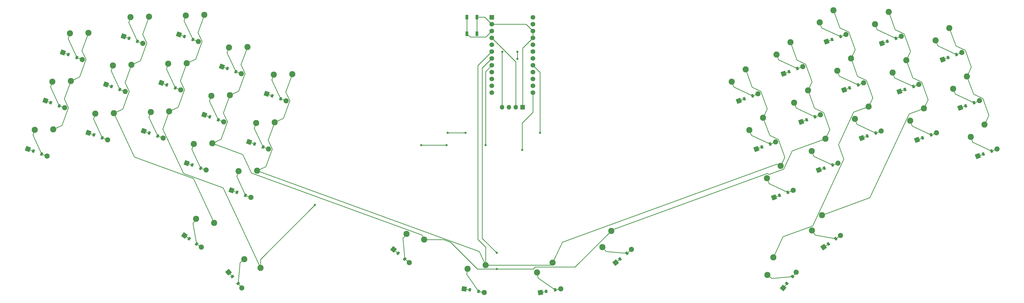
<source format=gbr>
%TF.GenerationSoftware,KiCad,Pcbnew,8.0.1*%
%TF.CreationDate,2024-05-01T11:59:16+09:00*%
%TF.ProjectId,pcb_plate,7063625f-706c-4617-9465-2e6b69636164,v1.0.0*%
%TF.SameCoordinates,Original*%
%TF.FileFunction,Copper,L1,Top*%
%TF.FilePolarity,Positive*%
%FSLAX46Y46*%
G04 Gerber Fmt 4.6, Leading zero omitted, Abs format (unit mm)*
G04 Created by KiCad (PCBNEW 8.0.1) date 2024-05-01 11:59:16*
%MOMM*%
%LPD*%
G01*
G04 APERTURE LIST*
G04 Aperture macros list*
%AMRotRect*
0 Rectangle, with rotation*
0 The origin of the aperture is its center*
0 $1 length*
0 $2 width*
0 $3 Rotation angle, in degrees counterclockwise*
0 Add horizontal line*
21,1,$1,$2,0,0,$3*%
G04 Aperture macros list end*
%TA.AperFunction,SMDPad,CuDef*%
%ADD10R,1.100000X1.800000*%
%TD*%
%TA.AperFunction,ComponentPad*%
%ADD11RotRect,1.778000X1.778000X340.000000*%
%TD*%
%TA.AperFunction,SMDPad,CuDef*%
%ADD12RotRect,0.900000X1.200000X340.000000*%
%TD*%
%TA.AperFunction,ComponentPad*%
%ADD13C,1.905000*%
%TD*%
%TA.AperFunction,ComponentPad*%
%ADD14RotRect,1.778000X1.778000X20.000000*%
%TD*%
%TA.AperFunction,SMDPad,CuDef*%
%ADD15RotRect,0.900000X1.200000X20.000000*%
%TD*%
%TA.AperFunction,ComponentPad*%
%ADD16C,2.286000*%
%TD*%
%TA.AperFunction,ComponentPad*%
%ADD17RotRect,1.778000X1.778000X310.000000*%
%TD*%
%TA.AperFunction,SMDPad,CuDef*%
%ADD18RotRect,0.900000X1.200000X310.000000*%
%TD*%
%TA.AperFunction,ComponentPad*%
%ADD19RotRect,1.778000X1.778000X35.000000*%
%TD*%
%TA.AperFunction,SMDPad,CuDef*%
%ADD20RotRect,0.900000X1.200000X35.000000*%
%TD*%
%TA.AperFunction,ComponentPad*%
%ADD21RotRect,1.778000X1.778000X40.000000*%
%TD*%
%TA.AperFunction,SMDPad,CuDef*%
%ADD22RotRect,0.900000X1.200000X40.000000*%
%TD*%
%TA.AperFunction,ComponentPad*%
%ADD23R,1.700000X1.700000*%
%TD*%
%TA.AperFunction,ComponentPad*%
%ADD24O,1.700000X1.700000*%
%TD*%
%TA.AperFunction,ComponentPad*%
%ADD25RotRect,1.778000X1.778000X50.000000*%
%TD*%
%TA.AperFunction,SMDPad,CuDef*%
%ADD26RotRect,0.900000X1.200000X50.000000*%
%TD*%
%TA.AperFunction,ComponentPad*%
%ADD27RotRect,1.778000X1.778000X350.000000*%
%TD*%
%TA.AperFunction,SMDPad,CuDef*%
%ADD28RotRect,0.900000X1.200000X350.000000*%
%TD*%
%TA.AperFunction,ComponentPad*%
%ADD29RotRect,1.778000X1.778000X320.000000*%
%TD*%
%TA.AperFunction,SMDPad,CuDef*%
%ADD30RotRect,0.900000X1.200000X320.000000*%
%TD*%
%TA.AperFunction,ComponentPad*%
%ADD31R,1.752600X1.752600*%
%TD*%
%TA.AperFunction,ComponentPad*%
%ADD32C,1.752600*%
%TD*%
%TA.AperFunction,ComponentPad*%
%ADD33RotRect,1.778000X1.778000X325.000000*%
%TD*%
%TA.AperFunction,SMDPad,CuDef*%
%ADD34RotRect,0.900000X1.200000X325.000000*%
%TD*%
%TA.AperFunction,ComponentPad*%
%ADD35RotRect,1.778000X1.778000X10.000000*%
%TD*%
%TA.AperFunction,SMDPad,CuDef*%
%ADD36RotRect,0.900000X1.200000X10.000000*%
%TD*%
%TA.AperFunction,ViaPad*%
%ADD37C,0.800000*%
%TD*%
%TA.AperFunction,Conductor*%
%ADD38C,0.250000*%
%TD*%
G04 APERTURE END LIST*
D10*
%TO.P,B1,1*%
%TO.N,GND*%
X199070001Y-89225774D03*
X199070001Y-95425774D03*
%TO.P,B1,2*%
%TO.N,RST*%
X195370001Y-89225774D03*
X195370001Y-95425774D03*
%TD*%
D11*
%TO.P,D4,1*%
%TO.N,P16*%
X55121814Y-132168397D03*
D12*
X57151549Y-132907162D03*
%TO.P,D4,2*%
%TO.N,ring_bottom*%
X60252535Y-134035826D03*
D13*
X62282270Y-134774591D03*
%TD*%
D14*
%TO.P,D29,1*%
%TO.N,P8*%
X325703889Y-146015449D03*
D15*
X327733626Y-145276684D03*
%TO.P,D29,2*%
%TO.N,mirror_index_bottom*%
X330834608Y-144148020D03*
D13*
X332864345Y-143409255D03*
%TD*%
D14*
%TO.P,D26,1*%
%TO.N,P8*%
X341650387Y-134129620D03*
D15*
X343680124Y-133390855D03*
%TO.P,D26,2*%
%TO.N,mirror_middle_bottom*%
X346781106Y-132262191D03*
D13*
X348810843Y-131523426D03*
%TD*%
D16*
%TO.P,S38,1*%
%TO.N,P20*%
X227132887Y-180376374D03*
%TO.P,S38,2*%
%TO.N,mirror_two_one*%
X221320423Y-183980452D03*
%TD*%
%TO.P,S36,1*%
%TO.N,P18*%
X308842388Y-178398502D03*
%TO.P,S36,2*%
%TO.N,mirror_space_cluster*%
X306706441Y-184895563D03*
%TD*%
D14*
%TO.P,D27,1*%
%TO.N,P7*%
X335134902Y-116228473D03*
D15*
X337164639Y-115489708D03*
%TO.P,D27,2*%
%TO.N,mirror_middle_home*%
X340265621Y-114361044D03*
D13*
X342295358Y-113622279D03*
%TD*%
D16*
%TO.P,S30,1*%
%TO.N,P19*%
X321707891Y-116470374D03*
%TO.P,S30,2*%
%TO.N,mirror_index_home*%
X316609574Y-121029020D03*
%TD*%
D11*
%TO.P,D12,1*%
%TO.N,P15*%
X104606625Y-107606962D03*
D12*
X106636360Y-108345727D03*
%TO.P,D12,2*%
%TO.N,index_top*%
X109737346Y-109474391D03*
D13*
X111767081Y-110213156D03*
%TD*%
D16*
%TO.P,S11,1*%
%TO.N,P19*%
X107505751Y-118207838D03*
%TO.P,S11,2*%
%TO.N,index_home*%
X100669973Y-118422829D03*
%TD*%
D17*
%TO.P,D17,1*%
%TO.N,P10*%
X107059539Y-183904927D03*
D18*
X108447959Y-185559584D03*
%TO.P,D17,2*%
%TO.N,space_cluster*%
X110569161Y-188087528D03*
D13*
X111957581Y-189742185D03*
%TD*%
D14*
%TO.P,D28,1*%
%TO.N,P6*%
X328619415Y-98327335D03*
D15*
X330649152Y-97588570D03*
%TO.P,D28,2*%
%TO.N,mirror_middle_top*%
X333750134Y-96459906D03*
D13*
X335779871Y-95721141D03*
%TD*%
D14*
%TO.P,D34,1*%
%TO.N,P6*%
X296074877Y-120308879D03*
D15*
X298104614Y-119570114D03*
%TO.P,D34,2*%
%TO.N,mirror_inner_top*%
X301205596Y-118441450D03*
D13*
X303235333Y-117702685D03*
%TD*%
D19*
%TO.P,D35,1*%
%TO.N,P9*%
X327492037Y-174614320D03*
D20*
X329261407Y-173375393D03*
%TO.P,D35,2*%
%TO.N,mirror_layer_cluster*%
X331964605Y-171482595D03*
D13*
X333733975Y-170243668D03*
%TD*%
D14*
%TO.P,D20,1*%
%TO.N,P8*%
X384619705Y-140789919D03*
D15*
X386649442Y-140051154D03*
%TO.P,D20,2*%
%TO.N,mirror_pinky_bottom*%
X389750424Y-138922490D03*
D13*
X391780161Y-138183725D03*
%TD*%
D16*
%TO.P,S2,1*%
%TO.N,P4*%
X48589925Y-112982298D03*
%TO.P,S2,2*%
%TO.N,pinky_home*%
X41754147Y-113197289D03*
%TD*%
%TO.P,S25,1*%
%TO.N,P5*%
X351646244Y-87328381D03*
%TO.P,S25,2*%
%TO.N,mirror_ring_top*%
X346547927Y-91887027D03*
%TD*%
D11*
%TO.P,D14,1*%
%TO.N,P14*%
X114689189Y-135603827D03*
D12*
X116718924Y-136342592D03*
%TO.P,D14,2*%
%TO.N,inner_home*%
X119819910Y-137471256D03*
D13*
X121849645Y-138210021D03*
%TD*%
D21*
%TO.P,D37,1*%
%TO.N,P9*%
X250436523Y-180363857D03*
D22*
X252091180Y-178975437D03*
%TO.P,D37,2*%
%TO.N,mirror_one_one*%
X254619124Y-176854235D03*
D13*
X256273781Y-175465815D03*
%TD*%
D23*
%TO.P,OLED1,1*%
%TO.N,GND*%
X216020000Y-122707314D03*
D24*
%TO.P,OLED1,2*%
%TO.N,VCC*%
X213480000Y-122707314D03*
%TO.P,OLED1,3*%
%TO.N,P3*%
X210939998Y-122707315D03*
%TO.P,OLED1,4*%
%TO.N,P2*%
X208400000Y-122707314D03*
%TD*%
D16*
%TO.P,S3,1*%
%TO.N,P4*%
X55105416Y-95081152D03*
%TO.P,S3,2*%
%TO.N,pinky_top*%
X48269638Y-95296143D03*
%TD*%
%TO.P,S21,1*%
%TO.N,P4*%
X380623711Y-111244838D03*
%TO.P,S21,2*%
%TO.N,mirror_pinky_home*%
X375525394Y-115803484D03*
%TD*%
%TO.P,S29,1*%
%TO.N,P19*%
X328223373Y-134371522D03*
%TO.P,S29,2*%
%TO.N,mirror_index_bottom*%
X323125056Y-138930168D03*
%TD*%
%TO.P,S12,1*%
%TO.N,P19*%
X114021232Y-100306692D03*
%TO.P,S12,2*%
%TO.N,index_top*%
X107185454Y-100521683D03*
%TD*%
D11*
%TO.P,D7,1*%
%TO.N,P16*%
X75629153Y-131523435D03*
D12*
X77658888Y-132262200D03*
%TO.P,D7,2*%
%TO.N,middle_bottom*%
X80759874Y-133390864D03*
D13*
X82789609Y-134129629D03*
%TD*%
D16*
%TO.P,S13,1*%
%TO.N,P20*%
X117588313Y-146204689D03*
%TO.P,S13,2*%
%TO.N,inner_bottom*%
X110752535Y-146419680D03*
%TD*%
%TO.P,S32,1*%
%TO.N,P20*%
X311625327Y-144467233D03*
%TO.P,S32,2*%
%TO.N,mirror_inner_bottom*%
X306527010Y-149025879D03*
%TD*%
%TO.P,S31,1*%
%TO.N,P19*%
X315192403Y-98569229D03*
%TO.P,S31,2*%
%TO.N,mirror_index_top*%
X310094086Y-103127875D03*
%TD*%
%TO.P,S27,1*%
%TO.N,P18*%
X337654387Y-104584544D03*
%TO.P,S27,2*%
%TO.N,mirror_middle_home*%
X332556070Y-109143190D03*
%TD*%
%TO.P,S5,1*%
%TO.N,P5*%
X71051913Y-106966982D03*
%TO.P,S5,2*%
%TO.N,ring_home*%
X64216135Y-107181973D03*
%TD*%
D11*
%TO.P,D1,1*%
%TO.N,P16*%
X32659836Y-138183719D03*
D12*
X34689571Y-138922484D03*
%TO.P,D1,2*%
%TO.N,pinky_bottom*%
X37790557Y-140051148D03*
D13*
X39820292Y-140789913D03*
%TD*%
D16*
%TO.P,S23,1*%
%TO.N,P5*%
X364677215Y-123130662D03*
%TO.P,S23,2*%
%TO.N,mirror_ring_bottom*%
X359578898Y-127689308D03*
%TD*%
%TO.P,S4,1*%
%TO.N,P5*%
X64536430Y-124868130D03*
%TO.P,S4,2*%
%TO.N,ring_bottom*%
X57700652Y-125083121D03*
%TD*%
%TO.P,S22,1*%
%TO.N,P4*%
X374108227Y-93343695D03*
%TO.P,S22,2*%
%TO.N,mirror_pinky_top*%
X369009910Y-97902341D03*
%TD*%
%TO.P,S8,1*%
%TO.N,P18*%
X91559255Y-106322010D03*
%TO.P,S8,2*%
%TO.N,middle_home*%
X84723477Y-106537001D03*
%TD*%
D11*
%TO.P,D15,1*%
%TO.N,P15*%
X121204671Y-117702684D03*
D12*
X123234406Y-118441449D03*
%TO.P,D15,2*%
%TO.N,inner_top*%
X126335392Y-119570113D03*
D13*
X128365127Y-120308878D03*
%TD*%
D14*
%TO.P,D24,1*%
%TO.N,P7*%
X355642245Y-116873447D03*
D15*
X357671982Y-116134682D03*
%TO.P,D24,2*%
%TO.N,mirror_ring_home*%
X360772964Y-115006018D03*
D13*
X362802701Y-114267253D03*
%TD*%
D25*
%TO.P,D36,1*%
%TO.N,P9*%
X312482418Y-189742183D03*
D26*
X313870837Y-188087528D03*
%TO.P,D36,2*%
%TO.N,mirror_space_cluster*%
X315992041Y-185559580D03*
D13*
X317380460Y-183904925D03*
%TD*%
D16*
%TO.P,S9,1*%
%TO.N,P18*%
X98074733Y-88420866D03*
%TO.P,S9,2*%
%TO.N,middle_top*%
X91238955Y-88635857D03*
%TD*%
%TO.P,S28,1*%
%TO.N,P18*%
X331138903Y-86683399D03*
%TO.P,S28,2*%
%TO.N,mirror_middle_top*%
X326040586Y-91242045D03*
%TD*%
D14*
%TO.P,D33,1*%
%TO.N,P7*%
X302590356Y-138210017D03*
D15*
X304620093Y-137471252D03*
%TO.P,D33,2*%
%TO.N,mirror_inner_home*%
X307721075Y-136342588D03*
D13*
X309750812Y-135603823D03*
%TD*%
D14*
%TO.P,D21,1*%
%TO.N,P7*%
X378104223Y-122888771D03*
D15*
X380133960Y-122150006D03*
%TO.P,D21,2*%
%TO.N,mirror_pinky_home*%
X383234942Y-121021342D03*
D13*
X385264679Y-120282577D03*
%TD*%
D16*
%TO.P,S19,1*%
%TO.N,P20*%
X202309926Y-181258510D03*
%TO.P,S19,2*%
%TO.N,two_one*%
X195615333Y-182657257D03*
%TD*%
D11*
%TO.P,D9,1*%
%TO.N,P15*%
X88660128Y-95721143D03*
D12*
X90689863Y-96459908D03*
%TO.P,D9,2*%
%TO.N,middle_top*%
X93790849Y-97588572D03*
D13*
X95820584Y-98327337D03*
%TD*%
D16*
%TO.P,S18,1*%
%TO.N,P19*%
X179509903Y-171825787D03*
%TO.P,S18,2*%
%TO.N,one_one*%
X173012842Y-169689840D03*
%TD*%
D27*
%TO.P,D19,1*%
%TO.N,P10*%
X194306030Y-190082699D03*
D28*
X196433214Y-190457782D03*
%TO.P,D19,2*%
%TO.N,two_one*%
X199683080Y-191030818D03*
D13*
X201810264Y-191405901D03*
%TD*%
D16*
%TO.P,S10,1*%
%TO.N,P19*%
X100990262Y-136108981D03*
%TO.P,S10,2*%
%TO.N,index_bottom*%
X94154484Y-136323972D03*
%TD*%
%TO.P,S20,1*%
%TO.N,P4*%
X387139197Y-129145981D03*
%TO.P,S20,2*%
%TO.N,mirror_pinky_bottom*%
X382040880Y-133704627D03*
%TD*%
D11*
%TO.P,D13,1*%
%TO.N,P16*%
X108173703Y-153504969D03*
D12*
X110203438Y-154243734D03*
%TO.P,D13,2*%
%TO.N,inner_bottom*%
X113304424Y-155372398D03*
D13*
X115334159Y-156111163D03*
%TD*%
D14*
%TO.P,D30,1*%
%TO.N,P7*%
X319188405Y-128114307D03*
D15*
X321218142Y-127375542D03*
%TO.P,D30,2*%
%TO.N,mirror_index_home*%
X324319124Y-126246878D03*
D13*
X326348861Y-125508113D03*
%TD*%
D29*
%TO.P,D18,1*%
%TO.N,P10*%
X168166225Y-175465823D03*
D30*
X169820880Y-176854242D03*
%TO.P,D18,2*%
%TO.N,one_one*%
X172348828Y-178975446D03*
D13*
X174003483Y-180363865D03*
%TD*%
D16*
%TO.P,S16,1*%
%TO.N,P5*%
X101689295Y-165628828D03*
%TO.P,S16,2*%
%TO.N,layer_cluster*%
X95030798Y-164067264D03*
%TD*%
D31*
%TO.P,MCU1,1*%
%TO.N,RAW*%
X204600004Y-89337315D03*
D32*
%TO.P,MCU1,2*%
%TO.N,GND*%
X204600005Y-91877314D03*
%TO.P,MCU1,3*%
%TO.N,RST*%
X204600004Y-94417311D03*
%TO.P,MCU1,4*%
%TO.N,VCC*%
X204600003Y-96957312D03*
%TO.P,MCU1,5*%
%TO.N,P21*%
X204600005Y-99497312D03*
%TO.P,MCU1,6*%
%TO.N,P20*%
X204600004Y-102037313D03*
%TO.P,MCU1,7*%
%TO.N,P19*%
X204600004Y-104577313D03*
%TO.P,MCU1,8*%
%TO.N,P18*%
X204600005Y-107117314D03*
%TO.P,MCU1,9*%
%TO.N,P15*%
X204600004Y-109657316D03*
%TO.P,MCU1,10*%
%TO.N,P14*%
X204600004Y-112197315D03*
%TO.P,MCU1,11*%
%TO.N,P16*%
X204600006Y-114737313D03*
%TO.P,MCU1,12*%
%TO.N,P10*%
X204600004Y-117277309D03*
%TO.P,MCU1,13*%
%TO.N,P1*%
X219840004Y-89337317D03*
%TO.P,MCU1,14*%
%TO.N,P0*%
X219840002Y-91877313D03*
%TO.P,MCU1,15*%
%TO.N,GND*%
X219840004Y-94417311D03*
%TO.P,MCU1,16*%
X219840004Y-96957310D03*
%TO.P,MCU1,17*%
%TO.N,P2*%
X219840003Y-99497312D03*
%TO.P,MCU1,18*%
%TO.N,P3*%
X219840004Y-102037313D03*
%TO.P,MCU1,19*%
%TO.N,P4*%
X219840004Y-104577313D03*
%TO.P,MCU1,20*%
%TO.N,P5*%
X219840003Y-107117314D03*
%TO.P,MCU1,21*%
%TO.N,P6*%
X219840005Y-109657314D03*
%TO.P,MCU1,22*%
%TO.N,P7*%
X219840004Y-112197315D03*
%TO.P,MCU1,23*%
%TO.N,P8*%
X219840003Y-114737312D03*
%TO.P,MCU1,24*%
%TO.N,P9*%
X219840004Y-117277311D03*
%TD*%
D11*
%TO.P,D11,1*%
%TO.N,P14*%
X98091145Y-125508112D03*
D12*
X100120880Y-126246877D03*
%TO.P,D11,2*%
%TO.N,index_home*%
X103221866Y-127375541D03*
D13*
X105251601Y-128114306D03*
%TD*%
D14*
%TO.P,D23,1*%
%TO.N,P8*%
X362157725Y-134774600D03*
D15*
X364187462Y-134035835D03*
%TO.P,D23,2*%
%TO.N,mirror_ring_bottom*%
X367288444Y-132907171D03*
D13*
X369318181Y-132168406D03*
%TD*%
D11*
%TO.P,D3,1*%
%TO.N,P15*%
X45690803Y-102381433D03*
D12*
X47720538Y-103120198D03*
%TO.P,D3,2*%
%TO.N,pinky_top*%
X50821524Y-104248862D03*
D13*
X52851259Y-104987627D03*
%TD*%
D14*
%TO.P,D22,1*%
%TO.N,P6*%
X371588739Y-104987623D03*
D15*
X373618476Y-104248858D03*
%TO.P,D22,2*%
%TO.N,mirror_pinky_top*%
X376719458Y-103120194D03*
D13*
X378749195Y-102381429D03*
%TD*%
D16*
%TO.P,S26,1*%
%TO.N,P18*%
X344169874Y-122485686D03*
%TO.P,S26,2*%
%TO.N,mirror_middle_bottom*%
X339071557Y-127044332D03*
%TD*%
%TO.P,S7,1*%
%TO.N,P18*%
X85043766Y-124223152D03*
%TO.P,S7,2*%
%TO.N,middle_bottom*%
X78207988Y-124438143D03*
%TD*%
D11*
%TO.P,D5,1*%
%TO.N,P14*%
X61637303Y-114267254D03*
D12*
X63667038Y-115006019D03*
%TO.P,D5,2*%
%TO.N,ring_home*%
X66768024Y-116134683D03*
D13*
X68797759Y-116873448D03*
%TD*%
D16*
%TO.P,S15,1*%
%TO.N,P20*%
X130619278Y-110402400D03*
%TO.P,S15,2*%
%TO.N,inner_top*%
X123783500Y-110617391D03*
%TD*%
%TO.P,S24,1*%
%TO.N,P5*%
X358161730Y-105229518D03*
%TO.P,S24,2*%
%TO.N,mirror_ring_home*%
X353063413Y-109788164D03*
%TD*%
%TO.P,S34,1*%
%TO.N,P20*%
X298594357Y-108664944D03*
%TO.P,S34,2*%
%TO.N,mirror_inner_top*%
X293496040Y-113223590D03*
%TD*%
D14*
%TO.P,D31,1*%
%TO.N,P6*%
X312672918Y-110213159D03*
D15*
X314702655Y-109474394D03*
%TO.P,D31,2*%
%TO.N,mirror_index_top*%
X317803637Y-108345730D03*
D13*
X319833374Y-107606965D03*
%TD*%
D11*
%TO.P,D8,1*%
%TO.N,P14*%
X82144641Y-113622283D03*
D12*
X84174376Y-114361048D03*
%TO.P,D8,2*%
%TO.N,middle_home*%
X87275362Y-115489712D03*
D13*
X89305097Y-116228477D03*
%TD*%
D33*
%TO.P,D16,1*%
%TO.N,P10*%
X90706033Y-170243670D03*
D34*
X92475401Y-171482596D03*
%TO.P,D16,2*%
%TO.N,layer_cluster*%
X95178603Y-173375396D03*
D13*
X96947971Y-174614322D03*
%TD*%
D16*
%TO.P,S35,1*%
%TO.N,P5*%
X326911996Y-162715058D03*
%TO.P,S35,2*%
%TO.N,mirror_layer_cluster*%
X323167267Y-168437914D03*
%TD*%
%TO.P,S17,1*%
%TO.N,P18*%
X118862976Y-182290011D03*
%TO.P,S17,2*%
%TO.N,space_cluster*%
X112835523Y-179058309D03*
%TD*%
%TO.P,S37,1*%
%TO.N,P19*%
X248821598Y-168560426D03*
%TO.P,S37,2*%
%TO.N,mirror_one_one*%
X245589896Y-174587879D03*
%TD*%
D14*
%TO.P,D32,1*%
%TO.N,P8*%
X309105834Y-156111165D03*
D15*
X311135571Y-155372400D03*
%TO.P,D32,2*%
%TO.N,mirror_inner_bottom*%
X314236553Y-154243736D03*
D13*
X316266290Y-153504971D03*
%TD*%
D35*
%TO.P,D38,1*%
%TO.N,P9*%
X222629731Y-191405904D03*
D36*
X224756917Y-191030820D03*
%TO.P,D38,2*%
%TO.N,mirror_two_one*%
X228006779Y-190457786D03*
D13*
X230133965Y-190082702D03*
%TD*%
D16*
%TO.P,S33,1*%
%TO.N,P20*%
X305109837Y-126566087D03*
%TO.P,S33,2*%
%TO.N,mirror_inner_home*%
X300011520Y-131124733D03*
%TD*%
D11*
%TO.P,D10,1*%
%TO.N,P16*%
X91575664Y-143409257D03*
D12*
X93605399Y-144148022D03*
%TO.P,D10,2*%
%TO.N,index_bottom*%
X96706385Y-145276686D03*
D13*
X98736120Y-146015451D03*
%TD*%
D16*
%TO.P,S6,1*%
%TO.N,P5*%
X77567394Y-89065839D03*
%TO.P,S6,2*%
%TO.N,ring_top*%
X70731616Y-89280830D03*
%TD*%
%TO.P,S1,1*%
%TO.N,P4*%
X42074446Y-130883449D03*
%TO.P,S1,2*%
%TO.N,pinky_bottom*%
X35238668Y-131098440D03*
%TD*%
D11*
%TO.P,D2,1*%
%TO.N,P14*%
X39175318Y-120282575D03*
D12*
X41205053Y-121021340D03*
%TO.P,D2,2*%
%TO.N,pinky_home*%
X44306039Y-122150004D03*
D13*
X46335774Y-122888769D03*
%TD*%
D14*
%TO.P,D25,1*%
%TO.N,P6*%
X349126758Y-98972306D03*
D15*
X351156495Y-98233541D03*
%TO.P,D25,2*%
%TO.N,mirror_ring_top*%
X354257477Y-97104877D03*
D13*
X356287214Y-96366112D03*
%TD*%
D11*
%TO.P,D6,1*%
%TO.N,P15*%
X68152787Y-96366117D03*
D12*
X70182522Y-97104882D03*
%TO.P,D6,2*%
%TO.N,ring_top*%
X73283508Y-98233546D03*
D13*
X75313243Y-98972311D03*
%TD*%
D16*
%TO.P,S14,1*%
%TO.N,P20*%
X124103795Y-128303548D03*
%TO.P,S14,2*%
%TO.N,inner_home*%
X117268017Y-128518539D03*
%TD*%
D37*
%TO.N,P5*%
X194844656Y-132155344D03*
X188244656Y-132155344D03*
X222444656Y-132155344D03*
%TO.N,P18*%
X178444656Y-136755344D03*
X187844656Y-136755344D03*
X139044656Y-158955344D03*
X202244656Y-136755344D03*
%TO.N,P19*%
X206444656Y-176755344D03*
X206444656Y-182755344D03*
%TO.N,P9*%
X215844656Y-138555344D03*
%TO.N,P2*%
X208444656Y-102155344D03*
%TO.N,P3*%
X214044656Y-104755344D03*
X214044656Y-102155344D03*
%TD*%
D38*
%TO.N,P4*%
X45339612Y-129360875D02*
X42074446Y-130883453D01*
X380623710Y-111244839D02*
X383018994Y-117825830D01*
X46194645Y-119563300D02*
X47717222Y-122828454D01*
X52710127Y-101662144D02*
X54232698Y-104927309D01*
X379964135Y-101538399D02*
X382237426Y-107784214D01*
X51855095Y-111459731D02*
X48589936Y-112982299D01*
X374108226Y-93343694D02*
X376503509Y-99924684D01*
X388752910Y-125685363D02*
X387139199Y-129145979D01*
X383018994Y-117825830D02*
X386479619Y-119439547D01*
X48589936Y-112982299D02*
X46194645Y-119563300D01*
X54232698Y-104927309D02*
X51855095Y-111459731D01*
X55105411Y-95081158D02*
X52710127Y-101662144D01*
X376503509Y-99924684D02*
X379964135Y-101538399D01*
X382237426Y-107784214D02*
X380623710Y-111244839D01*
X47717222Y-122828454D02*
X45339612Y-129360875D01*
X386479619Y-119439547D02*
X388752910Y-125685363D01*
%TO.N,pinky_bottom*%
X35238662Y-131098439D02*
X34527215Y-133053119D01*
X37790430Y-140051111D02*
X39820288Y-140789914D01*
X39820284Y-140789911D02*
X39820288Y-140789914D01*
X34527215Y-133053119D02*
X37790430Y-140051111D01*
X37790557Y-140051146D02*
X39820284Y-140789911D01*
%TO.N,pinky_home*%
X44305916Y-122149961D02*
X46335774Y-122888772D01*
X46335774Y-122888770D02*
X46335774Y-122888772D01*
X44306035Y-122150009D02*
X46335774Y-122888770D01*
X41754147Y-113197296D02*
X41042708Y-115151977D01*
X41042708Y-115151977D02*
X44305916Y-122149961D01*
%TO.N,pinky_top*%
X50821398Y-104248821D02*
X52851260Y-104987628D01*
X47558182Y-97250831D02*
X50821398Y-104248821D01*
X48269634Y-95296145D02*
X47558182Y-97250831D01*
X52851259Y-104987628D02*
X52851260Y-104987628D01*
X50821522Y-104248858D02*
X52851259Y-104987628D01*
%TO.N,P5*%
X76694688Y-98911996D02*
X74317075Y-105444419D01*
X75172108Y-95646831D02*
X76694688Y-98911996D01*
X64536427Y-124868131D02*
X72117733Y-141126301D01*
X357306689Y-95431935D02*
X359684297Y-101964362D01*
X70179198Y-116813133D02*
X67801592Y-123345563D01*
X358161730Y-105229517D02*
X360557015Y-111810507D01*
X351646244Y-87328381D02*
X354041526Y-93909365D01*
X71051911Y-106966984D02*
X68656626Y-113547977D01*
X72117733Y-141126301D02*
X93972870Y-149080914D01*
X222444656Y-109721967D02*
X222444656Y-132155344D01*
X344634217Y-156264696D02*
X326911996Y-162715057D01*
X68656626Y-113547977D02*
X70179198Y-116813133D01*
X188244656Y-132155344D02*
X188444656Y-132155344D01*
X219840003Y-107117314D02*
X222444656Y-109721967D01*
X366201275Y-119862302D02*
X364677214Y-123130662D01*
X188444656Y-132155344D02*
X194844656Y-132155344D01*
X360557015Y-111810507D02*
X363825375Y-113334568D01*
X74317075Y-105444419D02*
X71051911Y-106966984D01*
X194844656Y-132155344D02*
X194444656Y-132155344D01*
X359684297Y-101964362D02*
X358161730Y-105229517D01*
X77567399Y-89065842D02*
X75172108Y-95646831D01*
X363825375Y-113334568D02*
X366201275Y-119862302D01*
X359146122Y-125143815D02*
X344634217Y-156264696D01*
X354041526Y-93909365D02*
X357306689Y-95431935D01*
X93972870Y-149080914D02*
X101689295Y-165628829D01*
X67801592Y-123345563D02*
X64536427Y-124868131D01*
X364677214Y-123130662D02*
X359146122Y-125143815D01*
%TO.N,ring_bottom*%
X62282273Y-134774598D02*
X62282280Y-134774603D01*
X60252413Y-134035794D02*
X62282280Y-134774603D01*
X60252543Y-134035830D02*
X62282273Y-134774598D01*
X57700645Y-125083120D02*
X56989202Y-127037806D01*
X56989202Y-127037806D02*
X60252413Y-134035794D01*
%TO.N,ring_home*%
X63504691Y-109136664D02*
X66767898Y-116134648D01*
X68797756Y-116873446D02*
X68797755Y-116873448D01*
X64216137Y-107181974D02*
X63504691Y-109136664D01*
X66767898Y-116134648D02*
X68797755Y-116873448D01*
X66768025Y-116134687D02*
X68797756Y-116873446D01*
%TO.N,ring_top*%
X73283509Y-98233541D02*
X75313243Y-98972306D01*
X70731613Y-89280840D02*
X70020168Y-91235520D01*
X73283381Y-98233502D02*
X75313239Y-98972314D01*
X75313243Y-98972306D02*
X75313239Y-98972314D01*
X70020168Y-91235520D02*
X73283381Y-98233502D01*
%TO.N,P18*%
X98074731Y-88420866D02*
X95679456Y-95001855D01*
X334973987Y-141907931D02*
X323409477Y-166708104D01*
X338638781Y-124498839D02*
X333021831Y-136544427D01*
X202244656Y-132755344D02*
X202244656Y-136755344D01*
X85043764Y-124223154D02*
X82648479Y-130804153D01*
X344169875Y-122485686D02*
X338638781Y-124498839D01*
X90686541Y-116168159D02*
X88308930Y-122700578D01*
X97202022Y-98267020D02*
X94824419Y-104799436D01*
X118862976Y-182290011D02*
X118862976Y-179137024D01*
X105030780Y-152626785D02*
X118862974Y-182290014D01*
X95679456Y-95001855D02*
X97202022Y-98267020D01*
X343314831Y-112688102D02*
X345692442Y-119220531D01*
X90329393Y-147275913D02*
X105030780Y-152626785D01*
X336799345Y-94786965D02*
X339176953Y-101319390D01*
X312430301Y-170704197D02*
X308842388Y-178398502D01*
X204600005Y-107117314D02*
X202244656Y-109472663D01*
X94824419Y-104799436D02*
X91559252Y-106322007D01*
X89163966Y-112903000D02*
X90686541Y-116168159D01*
X91559252Y-106322007D02*
X89163966Y-112903000D01*
X202244656Y-109472663D02*
X202244656Y-132755344D01*
X139044656Y-158955344D02*
X138844656Y-159155344D01*
X331138903Y-86683399D02*
X333534190Y-93264397D01*
X333534190Y-93264397D02*
X336799345Y-94786965D01*
X178444656Y-136755344D02*
X187844656Y-136755344D01*
X333021831Y-136544427D02*
X334973987Y-141907931D01*
X337654387Y-104584543D02*
X340049671Y-111165533D01*
X118862976Y-179137024D02*
X139044656Y-158955344D01*
X339176953Y-101319390D02*
X337654387Y-104584543D01*
X82648479Y-130804153D02*
X90329393Y-147275913D01*
X88308930Y-122700578D02*
X85043764Y-124223154D01*
X345692442Y-119220531D02*
X344169875Y-122485686D01*
X340049671Y-111165533D02*
X343314831Y-112688102D01*
X323409477Y-166708104D02*
X312430301Y-170704197D01*
%TO.N,middle_bottom*%
X78207987Y-124438148D02*
X77496545Y-126392833D01*
X80759875Y-133390863D02*
X82789614Y-134129625D01*
X80759754Y-133390822D02*
X82789609Y-134129626D01*
X82789614Y-134129625D02*
X82789609Y-134129626D01*
X77496545Y-126392833D02*
X80759754Y-133390822D01*
%TO.N,middle_home*%
X89305096Y-116228472D02*
X89305100Y-116228483D01*
X87275236Y-115489669D02*
X89305100Y-116228483D01*
X87275365Y-115489714D02*
X89305096Y-116228472D01*
X84723467Y-106536996D02*
X84012025Y-108491681D01*
X84012025Y-108491681D02*
X87275236Y-115489669D01*
%TO.N,middle_top*%
X90527503Y-90590544D02*
X93790720Y-97588525D01*
X93790720Y-97588525D02*
X95820583Y-98327331D01*
X91238955Y-88635860D02*
X90527503Y-90590544D01*
X95820579Y-98327330D02*
X95820583Y-98327331D01*
X93790847Y-97588568D02*
X95820579Y-98327330D01*
%TO.N,P19*%
X235426680Y-181955344D02*
X248821598Y-168560426D01*
X220644656Y-181955344D02*
X235426680Y-181955344D01*
X312698809Y-145638732D02*
X307276719Y-147612211D01*
X100990268Y-136108982D02*
X112249555Y-140207027D01*
X186665978Y-171825787D02*
X189258814Y-172769502D01*
X317587686Y-105150220D02*
X320852847Y-106672788D01*
X201044656Y-130000000D02*
X201044656Y-132155344D01*
X219873490Y-182726510D02*
X220644656Y-181955344D01*
X329807207Y-130974982D02*
X328223373Y-134371523D01*
X324103177Y-123051368D02*
X327499713Y-124635200D01*
X113148517Y-110152845D02*
X110770909Y-116685268D01*
X201044656Y-134200000D02*
X201044656Y-171355344D01*
X199215822Y-182726510D02*
X206415822Y-182726510D01*
X248959099Y-168265559D02*
X248821600Y-168560426D01*
X323230458Y-113205219D02*
X321707889Y-116470375D01*
X201044656Y-132155344D02*
X201044656Y-134200000D01*
X201044656Y-171355344D02*
X206444656Y-176755344D01*
X307276719Y-147612211D02*
X306587156Y-147290661D01*
X204600004Y-104577313D02*
X201044656Y-108132661D01*
X206415822Y-182726510D02*
X206444656Y-182755344D01*
X112249555Y-140207027D02*
X115470841Y-147115103D01*
X315192401Y-98569228D02*
X317587686Y-105150220D01*
X115470841Y-147115103D02*
X178722284Y-170136745D01*
X110770909Y-116685268D02*
X107505751Y-118207837D01*
X306587156Y-147290661D02*
X248959099Y-168265559D01*
X206473490Y-182726510D02*
X219873490Y-182726510D01*
X328223373Y-134371523D02*
X315853323Y-138873851D01*
X114021232Y-100306692D02*
X111625950Y-106887684D01*
X106633035Y-128053992D02*
X104255430Y-134586408D01*
X201044656Y-130000000D02*
X201044656Y-134200000D01*
X321707889Y-116470375D02*
X324103177Y-123051368D01*
X320852847Y-106672788D02*
X323230458Y-113205219D01*
X178722284Y-170136745D02*
X179509903Y-171825797D01*
X206444656Y-182755344D02*
X206473490Y-182726510D01*
X315853323Y-138873851D02*
X312698809Y-145638732D01*
X327499713Y-124635200D02*
X329807207Y-130974982D01*
X111625950Y-106887684D02*
X113148517Y-110152845D01*
X201044656Y-108132661D02*
X201044656Y-130000000D01*
X104255430Y-134586408D02*
X100990268Y-136108982D01*
X107505751Y-118207837D02*
X105110461Y-124788829D01*
X179509903Y-171825787D02*
X186665978Y-171825787D01*
X189258814Y-172769502D02*
X199215822Y-182726510D01*
X105110461Y-124788829D02*
X106633035Y-128053992D01*
%TO.N,index_bottom*%
X96706253Y-145276642D02*
X98736109Y-146015445D01*
X96706378Y-145276683D02*
X98736107Y-146015442D01*
X98736107Y-146015442D02*
X98736109Y-146015445D01*
X93443044Y-138278662D02*
X96706253Y-145276642D01*
X94154486Y-136323974D02*
X93443044Y-138278662D01*
%TO.N,index_home*%
X105251599Y-128114302D02*
X105251592Y-128114302D01*
X99958527Y-120377509D02*
X103221737Y-127375498D01*
X103221858Y-127375538D02*
X105251599Y-128114302D01*
X103221737Y-127375498D02*
X105251592Y-128114302D01*
X100669969Y-118422827D02*
X99958527Y-120377509D01*
%TO.N,index_top*%
X107185453Y-100521685D02*
X106474006Y-102476370D01*
X106474006Y-102476370D02*
X109737217Y-109474351D01*
X109737217Y-109474351D02*
X111767085Y-110213163D01*
X109737345Y-109474399D02*
X111767082Y-110213157D01*
X111767082Y-110213157D02*
X111767085Y-110213163D01*
%TO.N,P20*%
X307505123Y-133147076D02*
X310770286Y-134669646D01*
X310770286Y-134669646D02*
X313147895Y-141202074D01*
X306632411Y-123300920D02*
X305109839Y-126566088D01*
X202309926Y-174620614D02*
X199444656Y-171755344D01*
X130619280Y-110402405D02*
X128223995Y-116983391D01*
X230712015Y-172700915D02*
X227132889Y-180376374D01*
X202309926Y-181258510D02*
X226250751Y-181258510D01*
X127368959Y-126780982D02*
X124103801Y-128303550D01*
X313147895Y-141202074D02*
X311625327Y-144467233D01*
X129746571Y-120248560D02*
X127368959Y-126780982D01*
X117588314Y-146204692D02*
X199941170Y-176178682D01*
X305109839Y-126566088D02*
X307505123Y-133147076D01*
X310160329Y-143784094D02*
X230712015Y-172700915D01*
X199444656Y-107192661D02*
X204600004Y-102037313D01*
X202309926Y-181258510D02*
X202309926Y-174620614D01*
X199941170Y-176178682D02*
X202309931Y-181258508D01*
X124103801Y-128303550D02*
X121708515Y-134884539D01*
X123231081Y-138149705D02*
X120853476Y-144682123D01*
X199444656Y-171755344D02*
X199444656Y-107192661D01*
X298594357Y-108664944D02*
X300989642Y-115245937D01*
X304254807Y-116768508D02*
X306632411Y-123300920D01*
X120853476Y-144682123D02*
X117588314Y-146204692D01*
X128223995Y-116983391D02*
X129746571Y-120248560D01*
X226250751Y-181258510D02*
X227132887Y-180376374D01*
X311625327Y-144467233D02*
X310160329Y-143784094D01*
X121708515Y-134884539D02*
X123231081Y-138149705D01*
X300989642Y-115245937D02*
X304254807Y-116768508D01*
%TO.N,inner_bottom*%
X113304305Y-155372358D02*
X115334160Y-156111163D01*
X115334163Y-156111160D02*
X115334160Y-156111163D01*
X113304422Y-155372399D02*
X115334163Y-156111160D01*
X110752534Y-146419689D02*
X110041089Y-148374367D01*
X110041089Y-148374367D02*
X113304305Y-155372358D01*
%TO.N,inner_home*%
X116556572Y-130473224D02*
X119819784Y-137471213D01*
X121849644Y-138210015D02*
X121849644Y-138210019D01*
X119819903Y-137471253D02*
X121849644Y-138210015D01*
X119819784Y-137471213D02*
X121849644Y-138210019D01*
X117268022Y-128518544D02*
X116556572Y-130473224D01*
%TO.N,inner_top*%
X126335270Y-119570074D02*
X128365122Y-120308875D01*
X128365122Y-120308874D02*
X128365122Y-120308875D01*
X126335392Y-119570111D02*
X128365122Y-120308874D01*
X123783502Y-110617394D02*
X123072050Y-112572085D01*
X123072050Y-112572085D02*
X126335270Y-119570074D01*
%TO.N,layer_cluster*%
X95030795Y-164067260D02*
X93837682Y-165771210D01*
X96947964Y-174614321D02*
X96947969Y-174614322D01*
X95178491Y-173375324D02*
X96947969Y-174614322D01*
X93837682Y-165771210D02*
X95178491Y-173375324D01*
X95178598Y-173375391D02*
X96947964Y-174614321D01*
%TO.N,space_cluster*%
X111957578Y-189742182D02*
X111957584Y-189742186D01*
X110569080Y-188087426D02*
X111957577Y-189742185D01*
X110569163Y-188087530D02*
X111957578Y-189742182D01*
X112835518Y-179058312D02*
X111242049Y-180395390D01*
X111242049Y-180395390D02*
X110569080Y-188087426D01*
%TO.N,one_one*%
X172348723Y-178975358D02*
X174003481Y-180363863D01*
X172348822Y-178975438D02*
X174003475Y-180363867D01*
X173012842Y-169689844D02*
X171675758Y-171283320D01*
X171675758Y-171283320D02*
X172348723Y-178975358D01*
%TO.N,two_one*%
X199683079Y-191030824D02*
X201810265Y-191405904D01*
X201810265Y-191405904D02*
X201810266Y-191405901D01*
X195254123Y-184705783D02*
X199682947Y-191030800D01*
X199682947Y-191030800D02*
X201810266Y-191405904D01*
X195615337Y-182657255D02*
X195254123Y-184705783D01*
%TO.N,mirror_pinky_bottom*%
X389750426Y-138922491D02*
X391780159Y-138183729D01*
X391780159Y-138183729D02*
X391780162Y-138183723D01*
X389750315Y-138922528D02*
X391780162Y-138183723D01*
X382040882Y-133704625D02*
X382752331Y-135659315D01*
X382752331Y-135659315D02*
X389750315Y-138922528D01*
%TO.N,mirror_pinky_home*%
X375525393Y-115803485D02*
X376236843Y-117758174D01*
X376236843Y-117758174D02*
X383234819Y-121021384D01*
X383234819Y-121021384D02*
X385264678Y-120282576D01*
X385264677Y-120282580D02*
X385264678Y-120282576D01*
X383234942Y-121021342D02*
X385264677Y-120282580D01*
%TO.N,mirror_pinky_top*%
X376719457Y-103120196D02*
X378749192Y-102381432D01*
X376719331Y-103120238D02*
X378749193Y-102381428D01*
X369009909Y-97902340D02*
X369721358Y-99857030D01*
X369721358Y-99857030D02*
X376719331Y-103120238D01*
X378749192Y-102381432D02*
X378749193Y-102381428D01*
%TO.N,mirror_ring_bottom*%
X367288444Y-132907172D02*
X369318178Y-132168409D01*
X369318178Y-132168409D02*
X369318181Y-132168406D01*
X359578898Y-127689309D02*
X360290346Y-129643998D01*
X360290346Y-129643998D02*
X367288328Y-132907210D01*
X367288328Y-132907210D02*
X369318181Y-132168406D01*
%TO.N,mirror_ring_home*%
X353063414Y-109788164D02*
X353774862Y-111742853D01*
X360772965Y-115006019D02*
X362802699Y-114267256D01*
X362802699Y-114267256D02*
X362802701Y-114267252D01*
X360772838Y-115006062D02*
X362802701Y-114267252D01*
X353774862Y-111742853D02*
X360772838Y-115006062D01*
%TO.N,mirror_ring_top*%
X346547928Y-91887026D02*
X347259376Y-93841716D01*
X354257346Y-97104922D02*
X356287214Y-96366111D01*
X356287212Y-96366115D02*
X356287214Y-96366111D01*
X354257478Y-97104877D02*
X356287212Y-96366115D01*
X347259376Y-93841716D02*
X354257346Y-97104922D01*
%TO.N,mirror_middle_bottom*%
X346781107Y-132262192D02*
X348810842Y-131523430D01*
X339783007Y-128999021D02*
X346780987Y-132262233D01*
X348810842Y-131523430D02*
X348810843Y-131523425D01*
X339071559Y-127044332D02*
X339783007Y-128999021D01*
X346780987Y-132262233D02*
X348810843Y-131523425D01*
%TO.N,mirror_middle_home*%
X342295355Y-113622282D02*
X342295357Y-113622279D01*
X340265622Y-114361046D02*
X342295355Y-113622282D01*
X333267519Y-111097879D02*
X340265495Y-114361088D01*
X332556071Y-109143190D02*
X333267519Y-111097879D01*
X340265495Y-114361088D02*
X342295357Y-113622279D01*
%TO.N,mirror_middle_top*%
X333750018Y-96459948D02*
X335779870Y-95721140D01*
X333750135Y-96459907D02*
X335779869Y-95721145D01*
X335779869Y-95721145D02*
X335779870Y-95721140D01*
X326040587Y-91242045D02*
X326752035Y-93196734D01*
X326752035Y-93196734D02*
X333750018Y-96459948D01*
%TO.N,mirror_index_bottom*%
X323125057Y-138930167D02*
X323836505Y-140884857D01*
X323836505Y-140884857D02*
X330834477Y-144148065D01*
X330834477Y-144148065D02*
X332864344Y-143409255D01*
X332864342Y-143409258D02*
X332864344Y-143409255D01*
X330834608Y-144148020D02*
X332864342Y-143409258D01*
%TO.N,mirror_index_home*%
X326348859Y-125508117D02*
X326348862Y-125508113D01*
X324319003Y-126246921D02*
X326348862Y-125508113D01*
X317321023Y-122983709D02*
X324319003Y-126246921D01*
X324319125Y-126246881D02*
X326348859Y-125508117D01*
X316609574Y-121029021D02*
X317321023Y-122983709D01*
%TO.N,mirror_index_top*%
X310805534Y-105082564D02*
X317803512Y-108345775D01*
X319833372Y-107606969D02*
X319833372Y-107606966D01*
X317803636Y-108345731D02*
X319833372Y-107606969D01*
X310094085Y-103127874D02*
X310805534Y-105082564D01*
X317803512Y-108345775D02*
X319833372Y-107606966D01*
%TO.N,mirror_inner_bottom*%
X306527011Y-149025879D02*
X307238460Y-150980569D01*
X316266288Y-153504975D02*
X316266290Y-153504971D01*
X314236434Y-154243778D02*
X316266290Y-153504971D01*
X307238460Y-150980569D02*
X314236434Y-154243778D01*
X314236553Y-154243737D02*
X316266288Y-153504975D01*
%TO.N,mirror_inner_home*%
X307721075Y-136342590D02*
X309750809Y-135603827D01*
X309750809Y-135603827D02*
X309750811Y-135603822D01*
X300011522Y-131124733D02*
X300722971Y-133079423D01*
X300722971Y-133079423D02*
X307720947Y-136342632D01*
X307720947Y-136342632D02*
X309750811Y-135603822D01*
%TO.N,mirror_inner_top*%
X294207490Y-115178279D02*
X301205473Y-118441493D01*
X293496041Y-113223591D02*
X294207490Y-115178279D01*
X301205473Y-118441493D02*
X303235333Y-117702685D01*
X303235331Y-117702688D02*
X303235333Y-117702685D01*
X301205597Y-118441452D02*
X303235331Y-117702688D01*
%TO.N,mirror_layer_cluster*%
X324360382Y-170141863D02*
X331964493Y-171482673D01*
X323167265Y-168437914D02*
X324360382Y-170141863D01*
X333733972Y-170243673D02*
X333733974Y-170243665D01*
X331964606Y-171482595D02*
X333733972Y-170243673D01*
X331964493Y-171482673D02*
X333733974Y-170243665D01*
%TO.N,mirror_space_cluster*%
X315991952Y-185559682D02*
X317380457Y-183904925D01*
X308299919Y-186232647D02*
X315991952Y-185559682D01*
X306706440Y-184895561D02*
X308299919Y-186232647D01*
X315992041Y-185559576D02*
X317380457Y-183904925D01*
%TO.N,mirror_one_one*%
X254619022Y-176854323D02*
X256273777Y-175465818D01*
X245589899Y-174587881D02*
X246926986Y-176181357D01*
X254619124Y-176854236D02*
X256273777Y-175465819D01*
X246926986Y-176181357D02*
X254619022Y-176854323D01*
%TO.N,mirror_two_one*%
X221320425Y-183980449D02*
X221681635Y-186028980D01*
X221681635Y-186028980D02*
X228006653Y-190457810D01*
X228006783Y-190457789D02*
X230133960Y-190082704D01*
X228006653Y-190457810D02*
X230133963Y-190082703D01*
X230133960Y-190082704D02*
X230133959Y-190082704D01*
%TO.N,P16*%
X34689565Y-138922485D02*
X34689567Y-138922486D01*
X93605391Y-144148020D02*
X93605391Y-144148023D01*
X77658888Y-132262193D02*
X77658890Y-132262198D01*
X55121814Y-132168405D02*
X57151553Y-132907167D01*
X75629157Y-131523428D02*
X77658888Y-132262193D01*
X110203434Y-154243733D02*
X110203435Y-154243730D01*
X91575653Y-143409255D02*
X93605391Y-144148020D01*
X108173700Y-153504975D02*
X110203434Y-154243733D01*
X57151553Y-132907167D02*
X57151561Y-132907167D01*
X32659829Y-138183719D02*
X34689565Y-138922485D01*
%TO.N,P14*%
X39175318Y-120282578D02*
X41205053Y-121021337D01*
X116718918Y-136342588D02*
X116718924Y-136342589D01*
X82144637Y-113622282D02*
X84174378Y-114361048D01*
X61637302Y-114267254D02*
X63667041Y-115006022D01*
X100120872Y-126246874D02*
X100120875Y-126246871D01*
X41205053Y-121021337D02*
X41205052Y-121021341D01*
X84174378Y-114361048D02*
X84174373Y-114361049D01*
X114689185Y-135603822D02*
X116718918Y-136342588D01*
X98091137Y-125508108D02*
X100120872Y-126246874D01*
X63667041Y-115006022D02*
X63667036Y-115006021D01*
%TO.N,P15*%
X106636356Y-108345732D02*
X106636361Y-108345734D01*
X70182521Y-97104881D02*
X70182520Y-97104882D01*
X45690801Y-102381432D02*
X47720538Y-103120194D01*
X121204667Y-117702679D02*
X123234405Y-118441446D01*
X123234405Y-118441446D02*
X123234405Y-118441445D01*
X90689865Y-96459906D02*
X90689862Y-96459902D01*
X104606626Y-107606967D02*
X106636356Y-108345732D01*
X47720538Y-103120194D02*
X47720534Y-103120202D01*
X68152787Y-96366117D02*
X70182521Y-97104881D01*
X88660122Y-95721138D02*
X90689865Y-96459906D01*
%TO.N,P10*%
X196433216Y-190457784D02*
X196433216Y-190457786D01*
X108447964Y-185559584D02*
X108447958Y-185559588D01*
X168166221Y-175465826D02*
X169820874Y-176854243D01*
X107059544Y-183904930D02*
X108447964Y-185559584D01*
X194306036Y-190082697D02*
X196433216Y-190457784D01*
X90706029Y-170243673D02*
X92475394Y-171482593D01*
X92475394Y-171482593D02*
X92475397Y-171482595D01*
%TO.N,P8*%
X309105834Y-156111166D02*
X311135569Y-155372403D01*
X364187460Y-134035837D02*
X364187462Y-134035832D01*
X362157726Y-134774600D02*
X364187460Y-134035837D01*
X384619706Y-140789919D02*
X386649440Y-140051156D01*
X386649440Y-140051156D02*
X386649442Y-140051153D01*
X325703889Y-146015449D02*
X327733623Y-145276686D01*
X327733623Y-145276686D02*
X327733625Y-145276681D01*
X311135569Y-155372403D02*
X311135571Y-155372398D01*
X341650388Y-134129621D02*
X343680122Y-133390857D01*
X343680122Y-133390857D02*
X343680123Y-133390854D01*
%TO.N,P7*%
X319188405Y-128114307D02*
X321218140Y-127375545D01*
X378104223Y-122888771D02*
X380133957Y-122150008D01*
X357671979Y-116134685D02*
X357671981Y-116134680D01*
X355642245Y-116873447D02*
X357671979Y-116134685D01*
X337164635Y-115489710D02*
X337164638Y-115489707D01*
X321218140Y-127375545D02*
X321218141Y-127375542D01*
X335134901Y-116228474D02*
X337164635Y-115489710D01*
X302590356Y-138210017D02*
X304620090Y-137471255D01*
X304620090Y-137471255D02*
X304620092Y-137471250D01*
X380133957Y-122150008D02*
X380133960Y-122150003D01*
%TO.N,P6*%
X371588738Y-104987623D02*
X373618473Y-104248861D01*
X298104612Y-119570117D02*
X298104613Y-119570113D01*
X330649150Y-97588573D02*
X330649152Y-97588570D01*
X373618473Y-104248861D02*
X373618474Y-104248855D01*
X312672917Y-110213160D02*
X314702651Y-109474397D01*
X328619416Y-98327336D02*
X330649150Y-97588573D01*
X296074877Y-120308880D02*
X298104612Y-119570117D01*
X351156493Y-98233543D02*
X351156495Y-98233539D01*
X314702651Y-109474397D02*
X314702653Y-109474393D01*
X349126759Y-98972306D02*
X351156493Y-98233543D01*
%TO.N,P9*%
X224756912Y-191030822D02*
X224756912Y-191030819D01*
X327492038Y-174614322D02*
X329261406Y-173375397D01*
X219840004Y-124150692D02*
X219840004Y-117277311D01*
X250436523Y-180363859D02*
X252091177Y-178975437D01*
X215844656Y-128555344D02*
X219844656Y-124555344D01*
X312482418Y-189742178D02*
X313870836Y-188087528D01*
X219844656Y-124555344D02*
X219844656Y-124155344D01*
X215844656Y-138555344D02*
X215844656Y-128555344D01*
X222629732Y-191405903D02*
X224756912Y-191030822D01*
X219844656Y-124155344D02*
X219840004Y-124150692D01*
X329261406Y-173375397D02*
X329261405Y-173375392D01*
%TO.N,GND*%
X199070001Y-89225774D02*
X201948465Y-89225774D01*
X217300007Y-91877314D02*
X219840004Y-94417311D01*
X199070001Y-89225774D02*
X199070001Y-95425774D01*
X204600005Y-91877314D02*
X217300007Y-91877314D01*
X219840004Y-96957310D02*
X216020000Y-100777314D01*
X219840004Y-94417311D02*
X219840004Y-96957310D01*
X216020000Y-100777314D02*
X216020000Y-122707314D01*
X201948465Y-89225774D02*
X204600005Y-91877314D01*
%TO.N,RST*%
X195370001Y-89225774D02*
X195370001Y-95425774D01*
X196595001Y-96650774D02*
X202366541Y-96650774D01*
X202366541Y-96650774D02*
X204600004Y-94417311D01*
X195370001Y-95425774D02*
X196595001Y-96650774D01*
%TO.N,VCC*%
X213480000Y-105837309D02*
X213480000Y-122707314D01*
X204600003Y-96957312D02*
X213480000Y-105837309D01*
%TO.N,P2*%
X208444656Y-102155344D02*
X208400000Y-102200000D01*
X208400000Y-102200000D02*
X208400000Y-122707314D01*
%TO.N,P3*%
X214044656Y-102155344D02*
X214044656Y-104755344D01*
%TD*%
M02*

</source>
